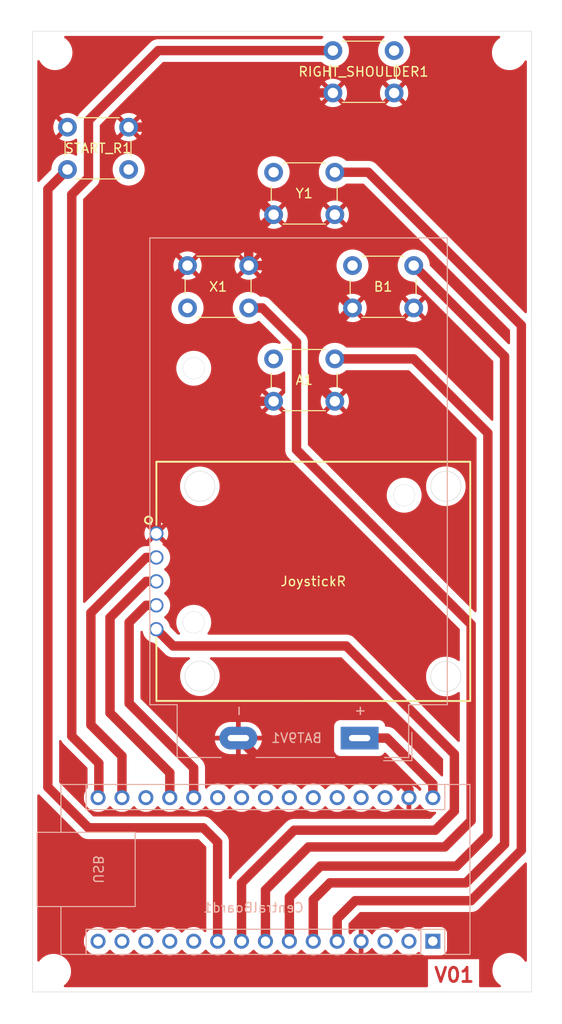
<source format=kicad_pcb>
(kicad_pcb (version 20240108) (generator "pcbnew") (generator_version "8.0")
  (title_block (title "Right Bluetooth Controller PCB") (date "2024-05-08") (rev "V01") (company "Instituto Superior Técnico") (comment 4 "Author: João Duarte"))
  (layers (0 "F.Cu" signal) (31 "B.Cu" signal) (34 "B.Paste" user) (35 "F.Paste" user) (36 "B.SilkS" user "B.Silkscreen") (37 "F.SilkS" user "F.Silkscreen") (38 "B.Mask" user) (39 "F.Mask" user) (44 "Edge.Cuts" user))
  (net 0 "")
  (net 1 "+9V")
  (net 2 "GND")
  (net 5 "/A")
  (net 6 "/B")
  (net 8 "/Analog_X_R")
  (net 9 "/Analog_Y_R")
  (net 11 "/Y")
  (net 12 "/X")
  (net 14 "/RIGHT_SHOULDER")
  (net 15 "/START_R")
  (net 23 "+3.3V")
  (net 24 "/SEL_JOY_R")
  (footprint "MountingHole:MountingHole_3.2mm_M3" (layer "F.Cu") (at 119.38 49.276)
    (property "Reference" "H1" (at 0 0 0) (layer "F.SilkS"))
    (property "Value" "MountingHole")
    (pad "" np_thru_hole circle (at 0 0) (size 3.2 3.2) (drill 3.2) (layers "*.Cu" "*.Mask"))
  )
  (footprint "Controller:Joystick" (layer "F.Cu") (at 146.812 105.41)
    (property "Reference" "JoystickR1")
    (property "Value" "JoystickR" (at 0 0 0) (layer "F.SilkS"))
    (fp_line (start -16.6624 -12.7) (end -16.66 -6) (stroke (width 0.2032)) (layer "F.SilkS"))
    (fp_line (start -16.6624 -12.7) (end 16.67 -12.7) (stroke (width 0.2032)) (layer "F.SilkS"))
    (fp_line (start -16.66 12.69) (end -16.66 5.99) (stroke (width 0.2032)) (layer "F.SilkS"))
    (fp_line (start 16.67 -12.7) (end 16.67 12.7) (stroke (width 0.2032)) (layer "F.SilkS"))
    (fp_line (start 16.67 12.7) (end -16.66 12.69) (stroke (width 0.2032)) (layer "F.SilkS"))
    (fp_circle (center -17.5 -6.5) (end -17.119 -6.5) (stroke (width 0.2032)) (fill none) (layer "F.SilkS"))
    (fp_circle (center -12.05 -10.09065) (end -10.45 -10.09065) (stroke (width 0.05)) (fill none) (layer "Edge.Cuts"))
    (fp_circle (center -12.04 10.07) (end -10.44 10.07) (stroke (width 0.05)) (fill none) (layer "Edge.Cuts"))
    (fp_circle (center 14.08 -10.1) (end 15.68 -10.1) (stroke (width 0.05)) (fill none) (layer "Edge.Cuts"))
    (fp_circle (center 14.08 10.1) (end 14.08 11.7) (stroke (width 0.05)) (fill none) (layer "Edge.Cuts"))
    (pad "1" thru_hole circle (at -16.66875 -5.08) (size 1.524 1.524) (drill 1.143) (layers "*.Cu" "*.Mask") (net 2 "GND"))
    (pad "2" thru_hole circle (at -16.66875 -2.54) (size 1.524 1.524) (drill 1.143) (layers "*.Cu" "*.Mask") (net 23 "+3.3V"))
    (pad "3" thru_hole circle (at -16.66875 0) (size 1.524 1.524) (drill 1.143) (layers "*.Cu" "*.Mask") (net 8 "/Analog_X_R"))
    (pad "4" thru_hole circle (at -16.66875 2.54) (size 1.524 1.524) (drill 1.143) (layers "*.Cu" "*.Mask") (net 9 "/Analog_Y_R"))
    (pad "5" thru_hole circle (at -16.66875 5.08) (size 1.524 1.524) (drill 1.143) (layers "*.Cu" "*.Mask") (net 24 "/SEL_JOY_R"))
  )
  (footprint "Button_Switch_THT:SW_PUSH_6mm" (layer "F.Cu") (at 127.202 61.686 180)
    (property "Reference" "START_R1" (at 3.25 2.25 180) (layer "F.SilkS"))
    (property "Value" "SW_Push")
    (fp_line (start 6.75 3) (end 6.75 1.5) (stroke (width 0.12)) (layer "F.SilkS"))
    (fp_line (start 5.5 -1) (end 1 -1) (stroke (width 0.12)) (layer "F.SilkS"))
    (fp_line (start 1 5.5) (end 5.5 5.5) (stroke (width 0.12)) (layer "F.SilkS"))
    (fp_line (start -0.25 1.5) (end -0.25 3) (stroke (width 0.12)) (layer "F.SilkS"))
    (pad "1" thru_hole circle (at 0 0 270) (size 2 2) (drill 1.1) (layers "*.Cu" "*.Mask") (net 15 "/START_R"))
    (pad "1" thru_hole circle (at 6.5 0 270) (size 2 2) (drill 1.1) (layers "*.Cu" "*.Mask") (net 15 "/START_R"))
    (pad "2" thru_hole circle (at 0 4.5 270) (size 2 2) (drill 1.1) (layers "*.Cu" "*.Mask") (net 2 "GND"))
    (pad "2" thru_hole circle (at 6.5 4.5 270) (size 2 2) (drill 1.1) (layers "*.Cu" "*.Mask") (net 2 "GND"))
  )
  (footprint "Button_Switch_THT:SW_PUSH_6mm" (layer "F.Cu") (at 142.598 81.788)
    (property "Reference" "A1" (at 3.25 2.25 0) (layer "F.SilkS"))
    (property "Value" "SW_Push")
    (fp_line (start -0.25 1.5) (end -0.25 3) (stroke (width 0.12)) (layer "F.SilkS"))
    (fp_line (start 1 5.5) (end 5.5 5.5) (stroke (width 0.12)) (layer "F.SilkS"))
    (fp_line (start 5.5 -1) (end 1 -1) (stroke (width 0.12)) (layer "F.SilkS"))
    (fp_line (start 6.75 3) (end 6.75 1.5) (stroke (width 0.12)) (layer "F.SilkS"))
    (pad "1" thru_hole circle (at 0 0 90) (size 2 2) (drill 1.1) (layers "*.Cu" "*.Mask") (net 5 "/A"))
    (pad "1" thru_hole circle (at 6.5 0 90) (size 2 2) (drill 1.1) (layers "*.Cu" "*.Mask") (net 5 "/A"))
    (pad "2" thru_hole circle (at 0 4.5 90) (size 2 2) (drill 1.1) (layers "*.Cu" "*.Mask") (net 2 "GND"))
    (pad "2" thru_hole circle (at 6.5 4.5 90) (size 2 2) (drill 1.1) (layers "*.Cu" "*.Mask") (net 2 "GND"))
  )
  (footprint "Button_Switch_THT:SW_PUSH_6mm" (layer "F.Cu") (at 133.454 71.882)
    (property "Reference" "X1" (at 3.25 2.25 0) (layer "F.SilkS"))
    (property "Value" "SW_Push")
    (fp_line (start -0.25 1.5) (end -0.25 3) (stroke (width 0.12)) (layer "F.SilkS"))
    (fp_line (start 1 5.5) (end 5.5 5.5) (stroke (width 0.12)) (layer "F.SilkS"))
    (fp_line (start 5.5 -1) (end 1 -1) (stroke (width 0.12)) (layer "F.SilkS"))
    (fp_line (start 6.75 3) (end 6.75 1.5) (stroke (width 0.12)) (layer "F.SilkS"))
    (pad "1" thru_hole circle (at 0 0 90) (size 2 2) (drill 1.1) (layers "*.Cu" "*.Mask") (net 2 "GND"))
    (pad "1" thru_hole circle (at 6.5 0 90) (size 2 2) (drill 1.1) (layers "*.Cu" "*.Mask") (net 2 "GND"))
    (pad "2" thru_hole circle (at 0 4.5 90) (size 2 2) (drill 1.1) (layers "*.Cu" "*.Mask") (net 12 "/X"))
    (pad "2" thru_hole circle (at 6.5 4.5 90) (size 2 2) (drill 1.1) (layers "*.Cu" "*.Mask") (net 12 "/X"))
  )
  (footprint "Button_Switch_THT:SW_PUSH_6mm" (layer "F.Cu") (at 148.896 49.058)
    (property "Reference" "RIGHT_SHOULDER1" (at 3.25 2.25 0) (layer "F.SilkS"))
    (property "Value" "SW_Push")
    (fp_line (start -0.25 1.5) (end -0.25 3) (stroke (width 0.12)) (layer "F.SilkS"))
    (fp_line (start 1 5.5) (end 5.5 5.5) (stroke (width 0.12)) (layer "F.SilkS"))
    (fp_line (start 5.5 -1) (end 1 -1) (stroke (width 0.12)) (layer "F.SilkS"))
    (fp_line (start 6.75 3) (end 6.75 1.5) (stroke (width 0.12)) (layer "F.SilkS"))
    (pad "1" thru_hole circle (at 0 0 90) (size 2 2) (drill 1.1) (layers "*.Cu" "*.Mask") (net 14 "/RIGHT_SHOULDER"))
    (pad "1" thru_hole circle (at 6.5 0 90) (size 2 2) (drill 1.1) (layers "*.Cu" "*.Mask") (net 14 "/RIGHT_SHOULDER"))
    (pad "2" thru_hole circle (at 0 4.5 90) (size 2 2) (drill 1.1) (layers "*.Cu" "*.Mask") (net 2 "GND"))
    (pad "2" thru_hole circle (at 6.5 4.5 90) (size 2 2) (drill 1.1) (layers "*.Cu" "*.Mask") (net 2 "GND"))
  )
  (footprint "Button_Switch_THT:SW_PUSH_6mm" (layer "F.Cu") (at 150.98 71.882)
    (property "Reference" "B1" (at 3.25 2.25 0) (layer "F.SilkS"))
    (property "Value" "SW_Push")
    (fp_line (start -0.25 1.5) (end -0.25 3) (stroke (width 0.12)) (layer "F.SilkS"))
    (fp_line (start 1 5.5) (end 5.5 5.5) (stroke (width 0.12)) (layer "F.SilkS"))
    (fp_line (start 5.5 -1) (end 1 -1) (stroke (width 0.12)) (layer "F.SilkS"))
    (fp_line (start 6.75 3) (end 6.75 1.5) (stroke (width 0.12)) (layer "F.SilkS"))
    (pad "1" thru_hole circle (at 0 0 90) (size 2 2) (drill 1.1) (layers "*.Cu" "*.Mask") (net 6 "/B"))
    (pad "1" thru_hole circle (at 6.5 0 90) (size 2 2) (drill 1.1) (layers "*.Cu" "*.Mask") (net 6 "/B"))
    (pad "2" thru_hole circle (at 0 4.5 90) (size 2 2) (drill 1.1) (layers "*.Cu" "*.Mask") (net 2 "GND"))
    (pad "2" thru_hole circle (at 6.5 4.5 90) (size 2 2) (drill 1.1) (layers "*.Cu" "*.Mask") (net 2 "GND"))
  )
  (footprint "MountingHole:MountingHole_3.2mm_M3" (layer "F.Cu") (at 167.64 49.276)
    (property "Reference" "H2" (at 0 0 0) (layer "F.SilkS"))
    (property "Value" "MountingHole")
    (pad "" np_thru_hole circle (at 0 0) (size 3.2 3.2) (drill 3.2) (layers "*.Cu" "*.Mask"))
  )
  (footprint "Button_Switch_THT:SW_PUSH_6mm" (layer "F.Cu") (at 142.598 61.976)
    (property "Reference" "Y1" (at 3.25 2.25 0) (layer "F.SilkS"))
    (property "Value" "SW_Push")
    (fp_line (start -0.25 1.5) (end -0.25 3) (stroke (width 0.12)) (layer "F.SilkS"))
    (fp_line (start 1 5.5) (end 5.5 5.5) (stroke (width 0.12)) (layer "F.SilkS"))
    (fp_line (start 5.5 -1) (end 1 -1) (stroke (width 0.12)) (layer "F.SilkS"))
    (fp_line (start 6.75 3) (end 6.75 1.5) (stroke (width 0.12)) (layer "F.SilkS"))
    (pad "1" thru_hole circle (at 0 0 90) (size 2 2) (drill 1.1) (layers "*.Cu" "*.Mask") (net 11 "/Y"))
    (pad "1" thru_hole circle (at 6.5 0 90) (size 2 2) (drill 1.1) (layers "*.Cu" "*.Mask") (net 11 "/Y"))
    (pad "2" thru_hole circle (at 0 4.5 90) (size 2 2) (drill 1.1) (layers "*.Cu" "*.Mask") (net 2 "GND"))
    (pad "2" thru_hole circle (at 6.5 4.5 90) (size 2 2) (drill 1.1) (layers "*.Cu" "*.Mask") (net 2 "GND"))
  )
  (footprint "MountingHole:MountingHole_3.2mm_M3" (layer "F.Cu") (at 167.6908 146.7104)
    (property "Reference" "H3" (at 0 0.1016 0) (layer "F.SilkS"))
    (property "Value" "MountingHole")
    (pad "" np_thru_hole circle (at 0 0) (size 3.2 3.2) (drill 3.2) (layers "*.Cu" "*.Mask"))
  )
  (footprint "MountingHole:MountingHole_3.2mm_M3" (layer "F.Cu") (at 119.2276 146.812)
    (property "Reference" "H4" (at 0 0 0) (layer "F.SilkS"))
    (property "Value" "MountingHole")
    (pad "" np_thru_hole circle (at 0 0) (size 3.2 3.2) (drill 3.2) (layers "*.Cu" "*.Mask"))
  )
  (footprint "Module:Arduino_Nano" (layer "B.Cu") (at 159.512 143.6116 90)
    (property "Reference" "CentralBoard1" (at 3.556 -19.05 0) (layer "B.SilkS") (effects (justify mirror)))
    (property "Value" "Arduino_Nano_v3.x")
    (fp_line (start 11.56 -42.04) (end 11.56 -31.62) (stroke (width 0.12)) (layer "B.SilkS"))
    (fp_line (start 3.68 -42.04) (end 11.56 -42.04) (stroke (width 0.12)) (layer "B.SilkS"))
    (fp_line (start 11.56 -39.5) (end 16.64 -39.5) (stroke (width 0.12)) (layer "B.SilkS"))
    (fp_line (start 3.68 -39.5) (end -1.4 -39.5) (stroke (width 0.12)) (layer "B.SilkS"))
    (fp_line (start -1.4 -39.5) (end -1.4 -1.27) (stroke (width 0.12)) (layer "B.SilkS"))
    (fp_line (start 16.64 -36.83) (end 13.97 -36.83) (stroke (width 0.12)) (layer "B.SilkS"))
    (fp_line (start 13.97 -36.83) (end 13.97 1.27) (stroke (width 0.12)) (layer "B.SilkS"))
    (fp_line (start 1.27 -36.83) (end 1.27 -1.27) (stroke (width 0.12)) (layer "B.SilkS"))
    (fp_line (start -1.4 -36.83) (end 1.27 -36.83) (stroke (width 0.12)) (layer "B.SilkS"))
    (fp_line (start 11.56 -31.62) (end 3.68 -31.62) (stroke (width 0.12)) (layer "B.SilkS"))
    (fp_line (start 3.68 -31.62) (end 3.68 -42.04) (stroke (width 0.12)) (layer "B.SilkS"))
    (fp_line (start -1.4 -1.27) (end 1.27 -1.27) (stroke (width 0.12)) (layer "B.SilkS"))
    (fp_line (start 16.64 1.27) (end 13.97 1.27) (stroke (width 0.12)) (layer "B.SilkS"))
    (fp_line (start 1.27 1.27) (end 1.27 -1.27) (stroke (width 0.12)) (layer "B.SilkS"))
    (fp_line (start -1.4 1.27) (end 1.27 1.27) (stroke (width 0.12)) (layer "B.SilkS"))
    (fp_line (start -1.4 1.27) (end -1.4 3.94) (stroke (width 0.12)) (layer "B.SilkS"))
    (fp_line (start 16.64 3.94) (end 16.64 -39.5) (stroke (width 0.12)) (layer "B.SilkS"))
    (fp_line (start -1.4 3.94) (end 16.64 3.94) (stroke (width 0.12)) (layer "B.SilkS"))
    (fp_text user "USB" (at 7.62 -35.56 -90) (layer "B.SilkS") (effects (justify mirror)))
    (pad "1" thru_hole rect (at 0 0 90) (size 1.6 1.6) (drill 1) (layers "*.Cu" "*.Mask"))
    (pad "2" thru_hole oval (at 0 -2.54 90) (size 1.6 1.6) (drill 1) (layers "*.Cu" "*.Mask"))
    (pad "3" thru_hole oval (at 0 -5.08 90) (size 1.6 1.6) (drill 1) (layers "*.Cu" "*.Mask"))
    (pad "4" thru_hole oval (at 0 -7.62 90) (size 1.6 1.6) (drill 1) (layers "*.Cu" "*.Mask") (net 2 "GND"))
    (pad "5" thru_hole oval (at 0 -10.16 90) (size 1.6 1.6) (drill 1) (layers "*.Cu" "*.Mask") (net 11 "/Y"))
    (pad "6" thru_hole oval (at 0 -12.7 90) (size 1.6 1.6) (drill 1) (layers "*.Cu" "*.Mask") (net 6 "/B"))
    (pad "7" thru_hole oval (at 0 -15.24 90) (size 1.6 1.6) (drill 1) (layers "*.Cu" "*.Mask") (net 5 "/A"))
    (pad "8" thru_hole oval (at 0 -17.78 90) (size 1.6 1.6) (drill 1) (layers "*.Cu" "*.Mask") (net 12 "/X"))
    (pad "9" thru_hole oval (at 0 -20.32 90) (size 1.6 1.6) (drill 1) (layers "*.Cu" "*.Mask") (net 24 "/SEL_JOY_R"))
    (pad "10" thru_hole oval (at 0 -22.86 90) (size 1.6 1.6) (drill 1) (layers "*.Cu" "*.Mask") (net 15 "/START_R"))
    (pad "11" thru_hole oval (at 0 -25.4 90) (size 1.6 1.6) (drill 1) (layers "*.Cu" "*.Mask"))
    (pad "12" thru_hole oval (at 0 -27.94 90) (size 1.6 1.6) (drill 1) (layers "*.Cu" "*.Mask"))
    (pad "13" thru_hole oval (at 0 -30.48 90) (size 1.6 1.6) (drill 1) (layers "*.Cu" "*.Mask"))
    (pad "14" thru_hole oval (at 0 -33.02 90) (size 1.6 1.6) (drill 1) (layers "*.Cu" "*.Mask"))
    (pad "15" thru_hole oval (at 0 -35.56 90) (size 1.6 1.6) (drill 1) (layers "*.Cu" "*.Mask"))
    (pad "16" thru_hole oval (at 15.24 -35.56 90) (size 1.6 1.6) (drill 1) (layers "*.Cu" "*.Mask") (net 14 "/RIGHT_SHOULDER"))
    (pad "17" thru_hole oval (at 15.24 -33.02 90) (size 1.6 1.6) (drill 1) (layers "*.Cu" "*.Mask") (net 23 "+3.3V"))
    (pad "18" thru_hole oval (at 15.24 -30.48 90) (size 1.6 1.6) (drill 1) (layers "*.Cu" "*.Mask"))
    (pad "19" thru_hole oval (at 15.24 -27.94 90) (size 1.6 1.6) (drill 1) (layers "*.Cu" "*.Mask") (net 8 "/Analog_X_R"))
    (pad "20" thru_hole oval (at 15.24 -25.4 90) (size 1.6 1.6) (drill 1) (layers "*.Cu" "*.Mask") (net 9 "/Analog_Y_R"))
    (pad "21" thru_hole oval (at 15.24 -22.86 90) (size 1.6 1.6) (drill 1) (layers "*.Cu" "*.Mask"))
    (pad "22" thru_hole oval (at 15.24 -20.32 90) (size 1.6 1.6) (drill 1) (layers "*.Cu" "*.Mask"))
    (pad "23" thru_hole oval (at 15.24 -17.78 90) (size 1.6 1.6) (drill 1) (layers "*.Cu" "*.Mask"))
    (pad "24" thru_hole oval (at 15.24 -15.24 90) (size 1.6 1.6) (drill 1) (layers "*.Cu" "*.Mask"))
    (pad "25" thru_hole oval (at 15.24 -12.7 90) (size 1.6 1.6) (drill 1) (layers "*.Cu" "*.Mask"))
    (pad "26" thru_hole oval (at 15.24 -10.16 90) (size 1.6 1.6) (drill 1) (layers "*.Cu" "*.Mask"))
    (pad "27" thru_hole oval (at 15.24 -7.62 90) (size 1.6 1.6) (drill 1) (layers "*.Cu" "*.Mask"))
    (pad "28" thru_hole oval (at 15.24 -5.08 90) (size 1.6 1.6) (drill 1) (layers "*.Cu" "*.Mask"))
    (pad "29" thru_hole oval (at 15.24 -2.54 90) (size 1.6 1.6) (drill 1) (layers "*.Cu" "*.Mask") (net 2 "GND"))
    (pad "30" thru_hole oval (at 15.24 0 90) (size 1.6 1.6) (drill 1) (layers "*.Cu" "*.Mask") (net 1 "+9V"))
  )
  (footprint "Battery:BatteryHolder_MPD_BA9VPC_1xPP3" (layer "B.Cu") (at 151.734 122.046 90)
    (property "Reference" "BAT9V1" (at 0 -6.7 0) (layer "B.SilkS") (effects (justify mirror)))
    (property "Value" "Battery_Cell")
    (fp_line (start 3.54 -22.28) (end 53.1 -22.28) (stroke (width 0.12)) (layer "B.SilkS"))
    (fp_line (start 3.54 -19.38) (end 3.54 -22.28) (stroke (width 0.12)) (layer "B.SilkS"))
    (fp_line (start -2.06 -19.38) (end 3.54 -19.38) (stroke (width 0.12)) (layer "B.SilkS"))
    (fp_line (start -2.06 -14.7) (end -2.06 -19.38) (stroke (width 0.12)) (layer "B.SilkS"))
    (fp_line (start -2.06 -11) (end -2.06 -2.65) (stroke (width 0.12)) (layer "B.SilkS"))
    (fp_line (start -2.4 2.55) (end -2.4 5.55) (stroke (width 0.12)) (layer "B.SilkS"))
    (fp_line (start -2.06 2.65) (end -2.06 5.21) (stroke (width 0.12)) (layer "B.SilkS"))
    (fp_line (start 3.54 5.21) (end 3.54 9.31) (stroke (width 0.12)) (layer "B.SilkS"))
    (fp_line (start -2.06 5.21) (end 3.54 5.21) (stroke (width 0.12)) (layer "B.SilkS"))
    (fp_line (start 0.6 5.55) (end -2.4 5.55) (stroke (width 0.12)) (layer "B.SilkS"))
    (fp_line (start 53.1 9.31) (end 53.1 -22.28) (stroke (width 0.12)) (layer "B.SilkS"))
    (fp_line (start 3.54 9.31) (end 53.1 9.31) (stroke (width 0.12)) (layer "B.SilkS"))
    (fp_text user "-" (at 3.6 -12.88 -90) (layer "B.SilkS") (effects (justify left mirror)))
    (fp_text user "+" (at 3.6 0 -90) (layer "B.SilkS") (effects (justify left mirror)))
    (pad "" np_thru_hole circle (at 12.29 -17.62 90) (size 2.3 2.3) (drill 2.29) (layers "*.Cu" "*.Mask"))
    (pad "" np_thru_hole circle (at 25.78 4.73 90) (size 2.3 2.3) (drill 2.29) (layers "*.Cu" "*.Mask"))
    (pad "" np_thru_hole circle (at 39.26 -17.62 90) (size 2.3 2.3) (drill 2.29) (layers "*.Cu" "*.Mask"))
    (pad "1" thru_hole rect (at 0 0 90) (size 2.41 4.02) (drill oval 0.66 2.27) (layers "*.Cu" "*.Mask") (net 1 "+9V"))
    (pad "2" thru_hole oval (at 0 -12.88 90) (size 2.41 4.02) (drill oval 0.66 2.27) (layers "*.Cu" "*.Mask") (net 2 "GND"))
  )
  (gr_rect (start 117 47) (end 170 149) (stroke (width 0.05)) (fill none) (layer "Edge.Cuts"))
  (gr_text "V01" (at 159.512 148.082 0) (layer "F.Cu") (effects (font (size 1.5 1.5) (thickness 0.3) (bold yes)) (justify left bottom)))
  (segment (start 151.734 122.046) (end 154.644 122.046) (width 1) (layer "F.Cu") (net 1))
  (segment (start 154.644 122.046) (end 159.512 126.914) (width 1) (layer "F.Cu") (net 1))
  (segment (start 159.512 126.914) (end 159.512 128.3716) (width 1) (layer "F.Cu") (net 1))
  (segment (start 133.308 57.186) (end 142.598 66.476) (width 1) (layer "F.Cu") (net 2))
  (segment (start 130.14325 86.36) (end 130.14325 75.19275) (width 1) (layer "F.Cu") (net 2))
  (segment (start 139.954 69.12) (end 142.598 66.476) (width 1) (layer "F.Cu") (net 2))
  (segment (start 142.598 86.288) (end 130.21525 86.288) (width 1) (layer "F.Cu") (net 2))
  (segment (start 138.854 122.046) (end 142.284 125.476) (width 1) (layer "F.Cu") (net 2))
  (segment (start 154.94 125.476) (end 156.972 127.508) (width 1) (layer "F.Cu") (net 2))
  (segment (start 146.48 71.882) (end 139.954 71.882) (width 1) (layer "F.Cu") (net 2))
  (segment (start 142.284 125.476) (end 154.94 125.476) (width 1) (layer "F.Cu") (net 2))
  (segment (start 149.098 86.288) (end 146.812 84.002) (width 1) (layer "F.Cu") (net 2))
  (segment (start 148.896 53.558) (end 136.936 53.558) (width 1) (layer "F.Cu") (net 2))
  (segment (start 139.954 71.882) (end 139.954 69.12) (width 1) (layer "F.Cu") (net 2))
  (segment (start 127.202 57.186) (end 133.308 57.186) (width 1) (layer "F.Cu") (net 2))
  (segment (start 146.812 80.55) (end 150.98 76.382) (width 1) (layer "F.Cu") (net 2))
  (segment (start 130.21525 86.288) (end 130.14325 86.36) (width 1) (layer "F.Cu") (net 2))
  (segment (start 156.972 127.508) (end 156.972 128.3716) (width 1) (layer "F.Cu") (net 2))
  (segment (start 130.14325 75.19275) (end 133.454 71.882) (width 1) (layer "F.Cu") (net 2))
  (segment (start 130.14325 100.33) (end 130.14325 88.9) (width 1) (layer "F.Cu") (net 2))
  (segment (start 150.98 76.382) (end 146.48 71.882) (width 1) (layer "F.Cu") (net 2))
  (segment (start 136.936 53.558) (end 133.308 57.186) (width 1) (layer "F.Cu") (net 2))
  (segment (start 146.812 84.002) (end 146.812 80.55) (width 1) (layer "F.Cu") (net 2))
  (segment (start 130.14325 88.9) (end 130.14325 86.36) (width 1) (layer "F.Cu") (net 2))
  (segment (start 157.48 81.788) (end 149.098 81.788) (width 1) (layer "F.Cu") (net 5))
  (segment (start 144.272 143.6116) (end 144.272 138.938) (width 1) (layer "F.Cu") (net 5))
  (segment (start 165.354 132.321236) (end 165.354 89.662) (width 1) (layer "F.Cu") (net 5))
  (segment (start 162.039236 135.636) (end 165.354 132.321236) (width 1) (layer "F.Cu") (net 5))
  (segment (start 144.272 138.938) (end 147.574 135.636) (width 1) (layer "F.Cu") (net 5))
  (segment (start 147.574 135.636) (end 162.039236 135.636) (width 1) (layer "F.Cu") (net 5))
  (segment (start 165.354 89.662) (end 157.48 81.788) (width 1) (layer "F.Cu") (net 5))
  (segment (start 146.812 143.6116) (end 146.812 139.192) (width 1) (layer "F.Cu") (net 6))
  (segment (start 167.132 133.313403) (end 167.132 81.534) (width 1) (layer "F.Cu") (net 6))
  (segment (start 146.812 139.192) (end 148.59 137.414) (width 1) (layer "F.Cu") (net 6))
  (segment (start 163.031403 137.414) (end 167.132 133.313403) (width 1) (layer "F.Cu") (net 6))
  (segment (start 167.132 81.534) (end 157.48 71.882) (width 1) (layer "F.Cu") (net 6))
  (segment (start 148.59 137.414) (end 163.031403 137.414) (width 1) (layer "F.Cu") (net 6))
  (segment (start 130.14325 105.41) (end 129.06562 105.41) (width 1) (layer "F.Cu") (net 8))
  (segment (start 131.572 125.73) (end 131.572 128.3716) (width 1) (layer "F.Cu") (net 8))
  (segment (start 129.06562 105.41) (end 125.222 109.25362) (width 1) (layer "F.Cu") (net 8))
  (segment (start 125.222 119.38) (end 131.572 125.73) (width 1) (layer "F.Cu") (net 8))
  (segment (start 125.222 109.25362) (end 125.222 119.38) (width 1) (layer "F.Cu") (net 8))
  (segment (start 129.06562 107.95) (end 127.254 109.76162) (width 1) (layer "F.Cu") (net 9))
  (segment (start 127.254 118.364) (end 134.112 125.222) (width 1) (layer "F.Cu") (net 9))
  (segment (start 127.254 109.76162) (end 127.254 118.364) (width 1) (layer "F.Cu") (net 9))
  (segment (start 130.14325 107.95) (end 129.06562 107.95) (width 1) (layer "F.Cu") (net 9))
  (segment (start 134.112 125.222) (end 134.112 128.3716) (width 1) (layer "F.Cu") (net 9))
  (segment (start 152.654 61.976) (end 149.098 61.976) (width 1) (layer "F.Cu") (net 11))
  (segment (start 168.91 133.959299) (end 168.91 78.232) (width 1) (layer "F.Cu") (net 11))
  (segment (start 168.91 78.232) (end 152.654 61.976) (width 1) (layer "F.Cu") (net 11))
  (segment (start 151.264487 139.311513) (end 163.557786 139.311513) (width 1) (layer "F.Cu") (net 11))
  (segment (start 163.557786 139.311513) (end 168.91 133.959299) (width 1) (layer "F.Cu") (net 11))
  (segment (start 149.352 143.6116) (end 149.352 141.224) (width 1) (layer "F.Cu") (net 11))
  (segment (start 149.352 141.224) (end 151.264487 139.311513) (width 1) (layer "F.Cu") (net 11))
  (segment (start 141.732 138.176) (end 146.304 133.604) (width 1) (layer "F.Cu") (net 12))
  (segment (start 163.576 130.81) (end 163.576 109.982) (width 1) (layer "F.Cu") (net 12))
  (segment (start 160.782 133.604) (end 163.576 130.81) (width 1) (layer "F.Cu") (net 12))
  (segment (start 146.304 133.604) (end 160.782 133.604) (width 1) (layer "F.Cu") (net 12))
  (segment (start 145.034 91.44) (end 145.034 80.01) (width 1) (layer "F.Cu") (net 12))
  (segment (start 163.576 109.982) (end 145.034 91.44) (width 1) (layer "F.Cu") (net 12))
  (segment (start 145.034 80.01) (end 141.406 76.382) (width 1) (layer "F.Cu") (net 12))
  (segment (start 141.406 76.382) (end 139.954 76.382) (width 1) (layer "F.Cu") (net 12))
  (segment (start 141.732 143.6116) (end 141.732 138.176) (width 1) (layer "F.Cu") (net 12))
  (segment (start 121.158 64.34127) (end 122.936 62.56327) (width 1) (layer "F.Cu") (net 14))
  (segment (start 124.036 128.3716) (end 124.036 124.714) (width 1) (layer "F.Cu") (net 14))
  (segment (start 130.35 49.058) (end 148.98 49.058) (width 1) (layer "F.Cu") (net 14))
  (segment (start 122.936 56.472) (end 130.35 49.058) (width 1) (layer "F.Cu") (net 14))
  (segment (start 124.036 124.714) (end 121.158 121.836) (width 1) (layer "F.Cu") (net 14))
  (segment (start 121.158 121.836) (end 121.158 64.34127) (width 1) (layer "F.Cu") (net 14))
  (segment (start 122.936 62.56327) (end 122.936 56.472) (width 1) (layer "F.Cu") (net 14))
  (segment (start 122.936 131.572) (end 118.618 127.254) (width 1) (layer "F.Cu") (net 15))
  (segment (start 118.618 63.77) (end 120.702 61.686) (width 1) (layer "F.Cu") (net 15))
  (segment (start 136.652 143.6116) (end 136.652 133.096) (width 1) (layer "F.Cu") (net 15))
  (segment (start 136.652 133.096) (end 135.128 131.572) (width 1) (layer "F.Cu") (net 15))
  (segment (start 135.128 131.572) (end 122.936 131.572) (width 1) (layer "F.Cu") (net 15))
  (segment (start 118.618 127.254) (end 118.618 63.77) (width 1) (layer "F.Cu") (net 15))
  (segment (start 126.492 123.952) (end 126.492 128.3716) (width 1) (layer "F.Cu") (net 23))
  (segment (start 123.19 120.65) (end 126.492 123.952) (width 1) (layer "F.Cu") (net 23))
  (segment (start 123.19 108.74562) (end 123.19 120.65) (width 1) (layer "F.Cu") (net 23))
  (segment (start 130.14325 102.87) (end 129.06562 102.87) (width 1) (layer "F.Cu") (net 23))
  (segment (start 129.06562 102.87) (end 123.19 108.74562) (width 1) (layer "F.Cu") (net 23))
  (segment (start 131.92125 112.268) (end 130.14325 110.49) (width 1) (layer "F.Cu") (net 24))
  (segment (start 139.192 143.6116) (end 139.192 137.414) (width 1) (layer "F.Cu") (net 24))
  (segment (start 159.766 131.826) (end 161.798 129.794) (width 1) (layer "F.Cu") (net 24))
  (segment (start 161.798 123.753544) (end 150.312456 112.268) (width 1) (layer "F.Cu") (net 24))
  (segment (start 139.192 137.414) (end 144.78 131.826) (width 1) (layer "F.Cu") (net 24))
  (segment (start 144.78 131.826) (end 159.766 131.826) (width 1) (layer "F.Cu") (net 24))
  (segment (start 161.798 129.794) (end 161.798 123.753544) (width 1) (layer "F.Cu") (net 24))
  (segment (start 150.312456 112.268) (end 131.92125 112.268) (width 1) (layer "F.Cu") (net 24))
  (zone (net 2) (net_name "GND") (layer "F.Cu") (connect_pads (clearance 0.5)) (min_thickness 0.25) (fill yes (thermal_gap 0.5) (thermal_bridge_width 0.5))
    (polygon (pts (xy 113.538 152.4) (xy 173.228 152.4) (xy 173.228 43.688) (xy 113.538 43.688)))
  )
)
</source>
